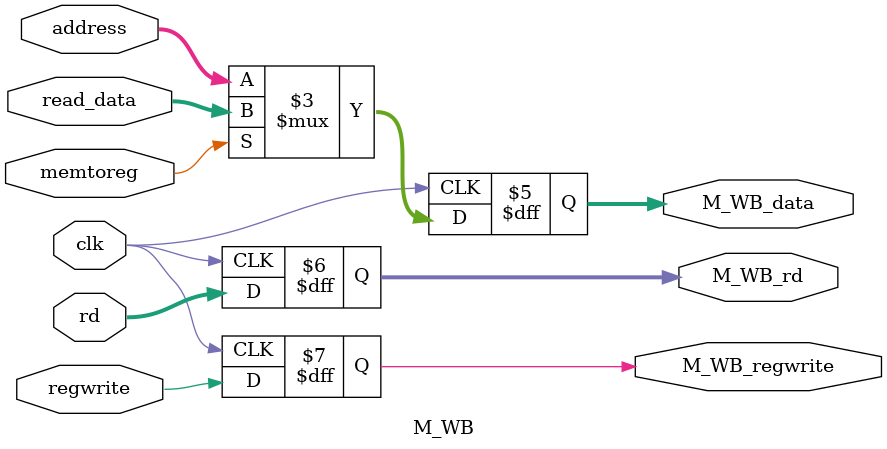
<source format=v>
`timescale 1ns/1ns
module M_WB (M_WB_data, M_WB_rd, M_WB_regwrite, read_data, address, rd, memtoreg, regwrite, clk);
  
  output reg [31:0] M_WB_data;
  output reg [4:0] M_WB_rd;
  output reg M_WB_regwrite;
  input [31:0] read_data, address;
  input [4:0] rd;
  input memtoreg, regwrite, clk;
  
  always@(posedge clk)begin
    if(memtoreg) M_WB_data <= read_data;
    else M_WB_data <= address;
    M_WB_rd <= rd;
    M_WB_regwrite <= regwrite;
  end
endmodule


</source>
